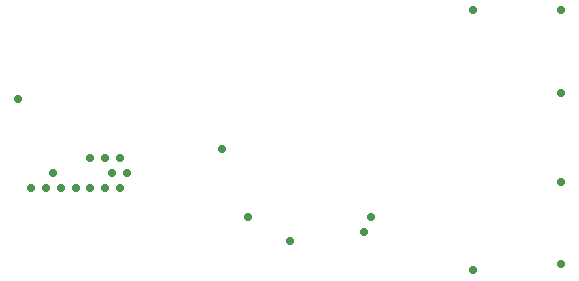
<source format=gbr>
%FSTAX23Y23*%
%MOIN*%
%SFA1B1*%

%IPPOS*%
%ADD32C,0.027559*%
%LNbuck-converter_pth_drill-1*%
%LPD*%
G54D32*
X01313Y00236D03*
X01289Y00187D03*
X00501Y00383D03*
X00477Y00433D03*
X00452Y00383D03*
X00477Y00334D03*
X00428Y00433D03*
Y00334D03*
X00378Y00433D03*
Y00334D03*
X00329D03*
X00255Y00383D03*
X0028Y00334D03*
X00231D03*
X00182D03*
X00816Y00462D03*
X00137Y00629D03*
X00905Y00236D03*
X01043Y00157D03*
X01653Y00059D03*
X01948Y00078D03*
Y00354D03*
X01653Y00925D03*
X01948D03*
Y00649D03*
M02*
</source>
